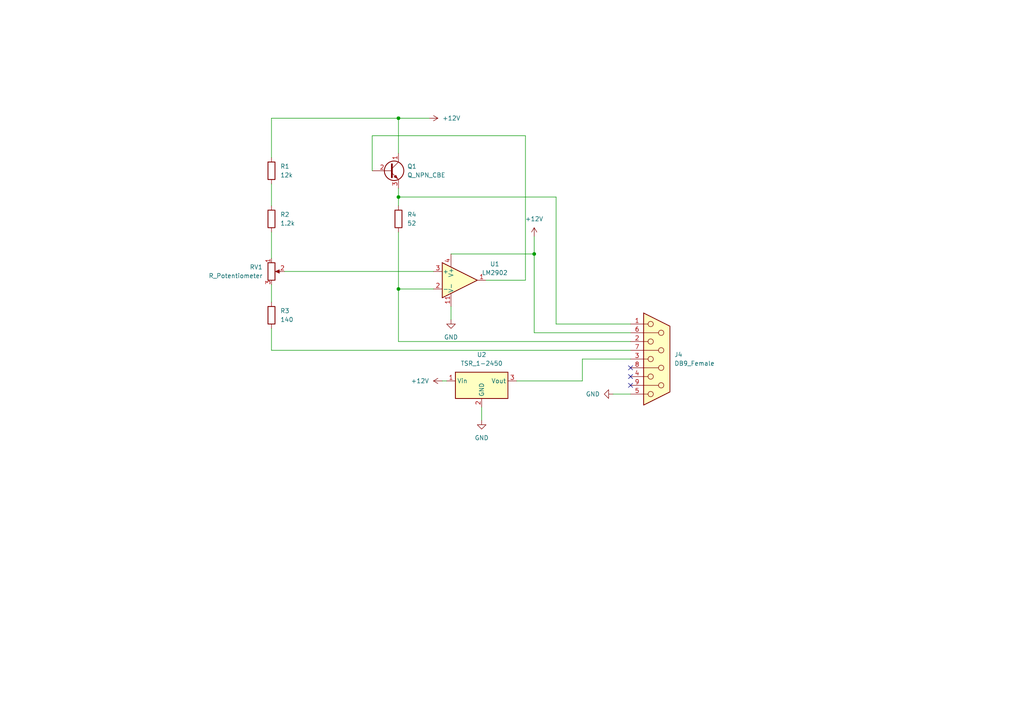
<source format=kicad_sch>
(kicad_sch (version 20211123) (generator eeschema)
  (paper "A4")
  (title_block (title "LuftTempSensor Projekt") (date "2022-05-09") (company "THM") (comment 1 "Leiter: Prof Dr. Michael Arndt") (comment 2 "Student: Donald Kapyouo"))
  (lib_symbols
    (symbol "Connector:DB9_Female" (pin_names (offset 1.016) hide)
      (property "Reference" "J" (at 0 13.97 0))
      (property "Value" "DB9_Female" (at 0 -14.605 0))
      (symbol "DB9_Female_0_1"
        (circle (center -1.778 -10.16) (radius 0.762))
        (circle (center -1.778 -5.08) (radius 0.762))
        (circle (center -1.778 0) (radius 0.762))
        (circle (center -1.778 5.08) (radius 0.762))
        (circle (center -1.778 10.16) (radius 0.762))
        (polyline (pts (xy -3.81 -10.16) (xy -2.54 -10.16)))
        (polyline (pts (xy -3.81 -7.62) (xy 0.508 -7.62)))
        (polyline (pts (xy -3.81 -5.08) (xy -2.54 -5.08)))
        (polyline (pts (xy -3.81 -2.54) (xy 0.508 -2.54)))
        (polyline (pts (xy -3.81 0) (xy -2.54 0)))
        (polyline (pts (xy -3.81 2.54) (xy 0.508 2.54)))
        (polyline (pts (xy -3.81 5.08) (xy -2.54 5.08)))
        (polyline (pts (xy -3.81 7.62) (xy 0.508 7.62)))
        (polyline (pts (xy -3.81 10.16) (xy -2.54 10.16)))
        (polyline (pts (xy -3.81 13.335) (xy -3.81 -13.335) (xy 3.81 -9.525) (xy 3.81 9.525) (xy -3.81 13.335)) (stroke (width 0.254)) (fill (type background)))
        (circle (center 1.27 -7.62) (radius 0.762))
        (circle (center 1.27 -2.54) (radius 0.762))
        (circle (center 1.27 2.54) (radius 0.762))
        (circle (center 1.27 7.62) (radius 0.762))
      )
      (symbol "DB9_Female_1_1"
        (pin passive line (at -7.62 10.16 0) (length 3.81) (name "1") (number "1"))
        (pin passive line (at -7.62 5.08 0) (length 3.81) (name "2") (number "2"))
        (pin passive line (at -7.62 0 0) (length 3.81) (name "3") (number "3"))
        (pin passive line (at -7.62 -5.08 0) (length 3.81) (name "4") (number "4"))
        (pin passive line (at -7.62 -10.16 0) (length 3.81) (name "5") (number "5"))
        (pin passive line (at -7.62 7.62 0) (length 3.81) (name "6") (number "6"))
        (pin passive line (at -7.62 2.54 0) (length 3.81) (name "7") (number "7"))
        (pin passive line (at -7.62 -2.54 0) (length 3.81) (name "8") (number "8"))
        (pin passive line (at -7.62 -7.62 0) (length 3.81) (name "9") (number "9"))
      )
    )
    (symbol "Device:Q_NPN_CBE" (pin_names (offset 0) hide)
      (property "Reference" "Q" (at 5.08 1.27 0))
      (property "Value" "Q_NPN_CBE" (at 5.08 -1.27 0))
      (symbol "Q_NPN_CBE_0_1"
        (polyline (pts (xy 0.635 0.635) (xy 2.54 2.54)))
        (polyline (pts (xy 0.635 -0.635) (xy 2.54 -2.54) (xy 2.54 -2.54)))
        (polyline (pts (xy 0.635 1.905) (xy 0.635 -1.905) (xy 0.635 -1.905)) (stroke (width 0.508)))
        (polyline (pts (xy 1.27 -1.778) (xy 1.778 -1.27) (xy 2.286 -2.286) (xy 1.27 -1.778) (xy 1.27 -1.778)) (fill (type outline)))
        (circle (center 1.27 0) (radius 2.8194) (stroke (width 0.254)))
      )
      (symbol "Q_NPN_CBE_1_1"
        (pin passive line (at 2.54 5.08 270) (length 2.54) (name "C") (number "1"))
        (pin input line (at -5.08 0 0) (length 5.715) (name "B") (number "2"))
        (pin passive line (at 2.54 -5.08 90) (length 2.54) (name "E") (number "3"))
      )
    )
    (symbol "Device:R" (pin_numbers hide) (pin_names (offset 0))
      (property "Reference" "R" (at 2.032 0 90))
      (property "Value" "R" (at 0 0 90))
      (symbol "R_0_1"
        (rectangle (start -1.016 -2.54) (end 1.016 2.54) (stroke (width 0.254)))
      )
      (symbol "R_1_1"
        (pin passive line (at 0 3.81 270) (length 1.27) (name "~") (number "1"))
        (pin passive line (at 0 -3.81 90) (length 1.27) (name "~") (number "2"))
      )
    )
    (symbol "Device:R_Potentiometer" (pin_names (offset 1.016) hide)
      (property "Reference" "RV" (at -4.445 0 90))
      (property "Value" "R_Potentiometer" (at -2.54 0 90))
      (symbol "R_Potentiometer_0_1"
        (polyline (pts (xy 2.54 0) (xy 1.524 0)))
        (polyline (pts (xy 1.143 0) (xy 2.286 0.508) (xy 2.286 -0.508) (xy 1.143 0)) (fill (type outline)))
        (rectangle (start 1.016 2.54) (end -1.016 -2.54) (stroke (width 0.254)))
      )
      (symbol "R_Potentiometer_1_1"
        (pin passive line (at 0 3.81 270) (length 1.27) (name "1") (number "1"))
        (pin passive line (at 3.81 0 180) (length 1.27) (name "2") (number "2"))
        (pin passive line (at 0 -3.81 90) (length 1.27) (name "3") (number "3"))
      )
    )
    (symbol "Regulator_Switching:TSR_1-2450"
      (property "Reference" "U" (at -7.62 6.35 0))
      (property "Value" "TSR_1-2450" (at -1.27 6.35 0))
      (symbol "TSR_1-2450_0_1"
        (rectangle (start -7.62 5.08) (end 7.62 -2.54) (stroke (width 0.254)) (fill (type background)))
      )
      (symbol "TSR_1-2450_1_1"
        (pin power_in line (at -10.16 2.54 0) (length 2.54) (name "Vin") (number "1"))
        (pin power_in line (at 0 -5.08 90) (length 2.54) (name "GND") (number "2"))
        (pin power_out line (at 10.16 2.54 180) (length 2.54) (name "Vout") (number "3"))
      )
    )
    (symbol "kapythm:LM2902" (pin_names (offset 0.127))
      (property "Reference" "U1" (at 12.7 4.699 0))
      (property "Value" "LM2902" (at 12.7 2.159 0))
      (symbol "LM2902_0_1"
        (polyline (pts (xy -2.54 5.08) (xy 7.62 0) (xy -2.54 -5.08) (xy -2.54 5.08)) (stroke (width 0.254)) (fill (type background)))
      )
      (symbol "LM2902_1_1"
        (pin output line (at 10.16 0 180) (length 2.54) (name "~") (number "1"))
        (pin power_in line (at 0 -7.62 90) (length 3.81) (name "V-") (number "11"))
        (pin input line (at -5.08 -2.54 0) (length 2.54) (name "-") (number "2"))
        (pin input line (at -5.08 2.54 0) (length 2.54) (name "+") (number "3"))
        (pin power_in line (at 0 7.62 270) (length 3.81) (name "V+") (number "4"))
      )
    )
    (symbol "power:+12V" (power) (pin_names (offset 0))
      (property "Value" "+12V" (at 0 3.556 0))
      (symbol "+12V_0_1"
        (polyline (pts (xy -0.762 1.27) (xy 0 2.54)))
        (polyline (pts (xy 0 0) (xy 0 2.54)))
        (polyline (pts (xy 0 2.54) (xy 0.762 1.27)))
      )
      (symbol "+12V_1_1"
        (pin power_in line (at 0 0 90) (length 0) hide (name "+12V") (number "1"))
      )
    )
    (symbol "power:GND" (power) (pin_names (offset 0))
      (property "Value" "GND" (at 0 -3.81 0))
      (symbol "GND_0_1"
        (polyline (pts (xy 0 0) (xy 0 -1.27) (xy 1.27 -1.27) (xy 0 -2.54) (xy -1.27 -1.27) (xy 0 -1.27)))
      )
      (symbol "GND_1_1"
        (pin power_in line (at 0 0 270) (length 0) hide (name "GND") (number "1"))
      )
    )
  )
  (junction (at 115.57 57.15))
  (junction (at 154.94 73.66))
  (junction (at 115.57 83.82))
  (junction (at 115.57 34.29))
  (no_connect (at 182.88 106.68))
  (no_connect (at 182.88 109.22))
  (no_connect (at 182.88 111.76))
  (wire (pts (xy 115.57 34.29) (xy 124.46 34.29)))
  (wire (pts (xy 115.57 99.06) (xy 182.88 99.06)))
  (wire (pts (xy 78.74 82.55) (xy 78.74 87.63)))
  (wire (pts (xy 128.27 110.49) (xy 129.54 110.49)))
  (wire (pts (xy 177.8 114.3) (xy 182.88 114.3)))
  (wire (pts (xy 78.74 101.6) (xy 182.88 101.6)))
  (wire (pts (xy 82.55 78.74) (xy 125.73 78.74)))
  (wire (pts (xy 161.29 93.98) (xy 182.88 93.98)))
  (wire (pts (xy 161.29 57.15) (xy 161.29 93.98)))
  (wire (pts (xy 154.94 73.66) (xy 154.94 96.52)))
  (wire (pts (xy 139.7 118.11) (xy 139.7 121.92)))
  (wire (pts (xy 115.57 54.61) (xy 115.57 57.15)))
  (wire (pts (xy 130.81 88.9) (xy 130.81 92.71)))
  (wire (pts (xy 107.95 49.53) (xy 107.95 39.37)))
  (wire (pts (xy 78.74 95.25) (xy 78.74 101.6)))
  (wire (pts (xy 115.57 44.45) (xy 115.57 34.29)))
  (wire (pts (xy 154.94 96.52) (xy 182.88 96.52)))
  (wire (pts (xy 140.97 81.28) (xy 152.4 81.28)))
  (wire (pts (xy 168.91 104.14) (xy 182.88 104.14)))
  (wire (pts (xy 154.94 68.58) (xy 154.94 73.66)))
  (wire (pts (xy 107.95 39.37) (xy 152.4 39.37)))
  (wire (pts (xy 115.57 83.82) (xy 125.73 83.82)))
  (wire (pts (xy 78.74 67.31) (xy 78.74 74.93)))
  (wire (pts (xy 115.57 67.31) (xy 115.57 83.82)))
  (wire (pts (xy 149.86 110.49) (xy 168.91 110.49)))
  (wire (pts (xy 168.91 110.49) (xy 168.91 104.14)))
  (wire (pts (xy 78.74 53.34) (xy 78.74 59.69)))
  (wire (pts (xy 130.81 73.66) (xy 154.94 73.66)))
  (wire (pts (xy 115.57 34.29) (xy 78.74 34.29)))
  (wire (pts (xy 152.4 39.37) (xy 152.4 81.28)))
  (wire (pts (xy 161.29 57.15) (xy 115.57 57.15)))
  (wire (pts (xy 115.57 83.82) (xy 115.57 99.06)))
  (wire (pts (xy 78.74 34.29) (xy 78.74 45.72)))
  (wire (pts (xy 115.57 57.15) (xy 115.57 59.69)))
  (symbol (lib_id "Connector:DB9_Female") (at 190.5 104.14 0) (unit 1)
    (property "Reference" "J4" (at 195.58 102.8699 0) (effects (justify left)))
    (property "Value" "DB9_Female" (at 195.58 105.4099 0) (effects (justify left)))
    (property "Footprint" "Connector_Dsub:DSUB-9_Female_Horizontal_P2.77x2.54mm_EdgePinOffset9.40mm" (effects hide))
    (property "Datasheet" " ~" (effects hide))
  )
  (symbol (lib_id "power:+12V") (at 154.94 68.58 0) (unit 1)
    (property "Reference" "#PWR0104" (effects hide))
    (property "Value" "+12V" (at 154.94 63.5 0))
  )
  (symbol (lib_id "power:+12V") (at 128.27 110.49 90) (unit 1)
    (property "Reference" "#PWR0108" (effects hide))
    (property "Value" "+12V" (at 124.46 110.4899 90) (effects (justify left)))
  )
  (symbol (lib_id "power:GND") (at 130.81 92.71 0) (unit 1)
    (property "Reference" "#PWR0102" (effects hide))
    (property "Value" "GND" (at 130.81 97.79 0))
  )
  (symbol (lib_id "Device:Q_NPN_CBE") (at 113.03 49.53 0) (unit 1)
    (property "Reference" "Q1" (at 118.11 48.2599 0) (effects (justify left)))
    (property "Value" "Q_NPN_CBE" (at 118.11 50.7999 0) (effects (justify left)))
    (property "Footprint" "Potentiometer_THT:Potentiometer_ACP_CA6-H2,5_Horizontal" (effects hide))
  )
  (symbol (lib_id "power:GND") (at 139.7 121.92 0) (unit 1)
    (property "Reference" "#PWR0107" (effects hide))
    (property "Value" "GND" (at 139.7 127 0))
  )
  (symbol (lib_id "Device:R_Potentiometer") (at 78.74 78.74 0) (unit 1)
    (property "Reference" "RV1" (at 76.2 77.4699 0) (effects (justify right)))
    (property "Value" "R_Potentiometer" (at 76.2 80.0099 0) (effects (justify right)))
    (property "Footprint" "Potentiometer_THT:Potentiometer_ACP_CA6-H2,5_Horizontal" (effects hide))
  )
  (symbol (lib_id "Device:R") (at 78.74 91.44 0) (unit 1)
    (property "Reference" "R3" (at 81.28 90.1699 0) (effects (justify left)))
    (property "Value" "140" (at 81.28 92.7099 0) (effects (justify left)))
    (property "Footprint" "Resistor_THT:R_Axial_DIN0204_L3.6mm_D1.6mm_P5.08mm_Horizontal" (effects hide))
  )
  (symbol (lib_id "Device:R") (at 78.74 49.53 0) (unit 1)
    (property "Reference" "R1" (at 81.28 48.2599 0) (effects (justify left)))
    (property "Value" "12k" (at 81.28 50.7999 0) (effects (justify left)))
    (property "Footprint" "Resistor_THT:R_Axial_DIN0204_L3.6mm_D1.6mm_P5.08mm_Horizontal" (effects hide))
  )
  (symbol (lib_id "Device:R") (at 78.74 63.5 0) (unit 1)
    (property "Reference" "R2" (at 81.28 62.2299 0) (effects (justify left)))
    (property "Value" "1.2k" (at 81.28 64.7699 0) (effects (justify left)))
    (property "Footprint" "Resistor_THT:R_Axial_DIN0204_L3.6mm_D1.6mm_P5.08mm_Horizontal" (effects hide))
  )
  (symbol (lib_id "Regulator_Switching:TSR_1-2450") (at 139.7 113.03 0) (unit 1)
    (property "Reference" "U2" (at 139.7 102.87 0))
    (property "Value" "TSR_1-2450" (at 139.7 105.41 0))
    (property "Footprint" "Converter_DCDC:Converter_DCDC_TRACO_TSR-1_THT" (effects hide))
    (property "Datasheet" "http://www.tracopower.com/products/tsr1.pdf" (effects hide))
  )
  (symbol (lib_id "power:+12V") (at 124.46 34.29 270) (unit 1)
    (property "Reference" "#PWR0105" (effects hide))
    (property "Value" "+12V" (at 128.27 34.2899 90) (effects (justify left)))
  )
  (symbol (lib_id "kapythm:LM2902") (at 130.81 81.28 0) (unit 1)
    (property "Reference" "U1" (at 143.51 76.581 0))
    (property "Value" "LM2902" (at 143.51 79.121 0))
    (property "Footprint" "Package_SO:SO-14_3.9x8.65mm_P1.27mm" (effects hide))
    (property "Datasheet" "http://www.ti.com/lit/ds/symlink/lm675.pdf" (effects hide))
  )
  (symbol (lib_id "power:GND") (at 177.8 114.3 270) (unit 1)
    (property "Reference" "#PWR0103" (effects hide))
    (property "Value" "GND" (at 173.99 114.2999 90) (effects (justify right)))
  )
  (symbol (lib_id "Device:R") (at 115.57 63.5 0) (unit 1)
    (property "Reference" "R4" (at 118.11 62.2299 0) (effects (justify left)))
    (property "Value" "52" (at 118.11 64.7699 0) (effects (justify left)))
    (property "Footprint" "Resistor_THT:R_Axial_DIN0204_L3.6mm_D1.6mm_P5.08mm_Horizontal" (effects hide))
  )
)
</source>
